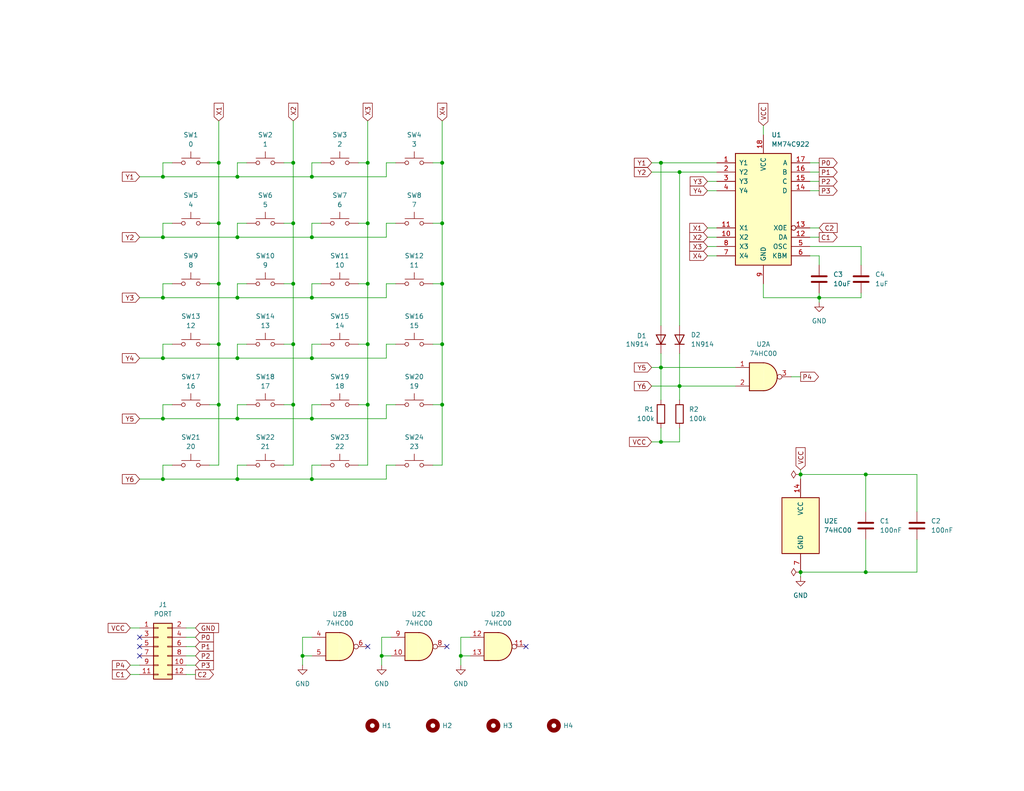
<source format=kicad_sch>
(kicad_sch (version 20250114) (generator "eeschema") (generator_version "9.0")
  (paper "USLetter")
  (title_block (title "6502 Keypad Helper") (date "2024-08-06") (rev "1.0") (company "A.C. Wright Design"))
  (lib_symbols
    (symbol "6502 Parts:MM74C922" (pin_names (offset 1.016))
      (property "Reference" "U" (at -7.62 16.51 0))
      (property "Value" "MM74C922" (at -7.62 -16.51 0))
      (symbol "MM74C922_1_0"
        (pin input line (at -12.7 12.7 0) (length 5.08) (name "Y1") (number "1"))
        (pin input line (at -12.7 10.16 0) (length 5.08) (name "Y2") (number "2"))
        (pin input line (at -12.7 7.62 0) (length 5.08) (name "Y3") (number "3"))
        (pin input line (at -12.7 5.08 0) (length 5.08) (name "Y4") (number "4"))
        (pin output line (at -12.7 -5.08 0) (length 5.08) (name "X1") (number "11"))
        (pin output line (at -12.7 -7.62 0) (length 5.08) (name "X2") (number "10"))
        (pin output line (at -12.7 -10.16 0) (length 5.08) (name "X3") (number "8"))
        (pin output line (at -12.7 -12.7 0) (length 5.08) (name "X4") (number "7"))
        (pin power_in line (at 0 20.32 270) (length 5.08) (name "VCC") (number "18"))
        (pin power_in line (at 0 -20.32 90) (length 5.08) (name "GND") (number "9"))
        (pin tri_state line (at 12.7 12.7 180) (length 5.08) (name "A") (number "17"))
        (pin tri_state line (at 12.7 10.16 180) (length 5.08) (name "B") (number "16"))
        (pin tri_state line (at 12.7 7.62 180) (length 5.08) (name "C") (number "15"))
        (pin tri_state line (at 12.7 5.08 180) (length 5.08) (name "D") (number "14"))
        (pin input inverted (at 12.7 -5.08 180) (length 5.08) (name "XOE") (number "13"))
        (pin output line (at 12.7 -7.62 180) (length 5.08) (name "DA") (number "12"))
        (pin input line (at 12.7 -10.16 180) (length 5.08) (name "OSC") (number "5"))
        (pin input line (at 12.7 -12.7 180) (length 5.08) (name "KBM") (number "6"))
      )
      (symbol "MM74C922_1_1"
        (rectangle (start -7.62 15.24) (end 7.62 -15.24) (stroke (width 0.254)) (fill (type background)))
      )
    )
    (symbol "74xx:74HC00" (pin_names (offset 1.016))
      (property "Reference" "U" (at 0 1.27 0))
      (property "Value" "74HC00" (at 0 -1.27 0))
      (symbol "74HC00_1_1"
        (arc (start 0 3.81) (mid 3.7934 0) (end 0 -3.81) (stroke (width 0.254)) (fill (type background)))
        (polyline (pts (xy 0 3.81) (xy -3.81 3.81) (xy -3.81 -3.81) (xy 0 -3.81)) (stroke (width 0.254)) (fill (type background)))
        (pin input line (at -7.62 2.54 0) (length 3.81) (name "~") (number "1"))
        (pin input line (at -7.62 -2.54 0) (length 3.81) (name "~") (number "2"))
        (pin output inverted (at 7.62 0 180) (length 3.81) (name "~") (number "3"))
      )
      (symbol "74HC00_1_2"
        (arc (start -3.81 3.81) (mid -2.589 0) (end -3.81 -3.81) (stroke (width 0.254)))
        (polyline (pts (xy -3.81 3.81) (xy -0.635 3.81)) (stroke (width 0.254)) (fill (type background)))
        (polyline (pts (xy -3.81 -3.81) (xy -0.635 -3.81)) (stroke (width 0.254)) (fill (type background)))
        (arc (start 3.81 0) (mid 2.1855 -2.584) (end -0.6096 -3.81) (stroke (width 0.254)) (fill (type background)))
        (arc (start -0.6096 3.81) (mid 2.1928 2.5924) (end 3.81 0) (stroke (width 0.254)) (fill (type background)))
        (polyline (pts (xy -0.635 3.81) (xy -3.81 3.81) (xy -3.81 3.81) (xy -3.556 3.4036) (xy -3.0226 2.2606) (xy -2.6924 1.0414) (xy -2.6162 -0.254) (xy -2.7686 -1.4986) (xy -3.175 -2.7178) (xy -3.81 -3.81) (xy -3.81 -3.81) (xy -0.635 -3.81)) (stroke (width -25.4)) (fill (type background)))
        (pin input inverted (at -7.62 2.54 0) (length 4.318) (name "~") (number "1"))
        (pin input inverted (at -7.62 -2.54 0) (length 4.318) (name "~") (number "2"))
        (pin output line (at 7.62 0 180) (length 3.81) (name "~") (number "3"))
      )
      (symbol "74HC00_2_1"
        (arc (start 0 3.81) (mid 3.7934 0) (end 0 -3.81) (stroke (width 0.254)) (fill (type background)))
        (polyline (pts (xy 0 3.81) (xy -3.81 3.81) (xy -3.81 -3.81) (xy 0 -3.81)) (stroke (width 0.254)) (fill (type background)))
        (pin input line (at -7.62 2.54 0) (length 3.81) (name "~") (number "4"))
        (pin input line (at -7.62 -2.54 0) (length 3.81) (name "~") (number "5"))
        (pin output inverted (at 7.62 0 180) (length 3.81) (name "~") (number "6"))
      )
      (symbol "74HC00_2_2"
        (arc (start -3.81 3.81) (mid -2.589 0) (end -3.81 -3.81) (stroke (width 0.254)))
        (polyline (pts (xy -3.81 3.81) (xy -0.635 3.81)) (stroke (width 0.254)) (fill (type background)))
        (polyline (pts (xy -3.81 -3.81) (xy -0.635 -3.81)) (stroke (width 0.254)) (fill (type background)))
        (arc (start 3.81 0) (mid 2.1855 -2.584) (end -0.6096 -3.81) (stroke (width 0.254)) (fill (type background)))
        (arc (start -0.6096 3.81) (mid 2.1928 2.5924) (end 3.81 0) (stroke (width 0.254)) (fill (type background)))
        (polyline (pts (xy -0.635 3.81) (xy -3.81 3.81) (xy -3.81 3.81) (xy -3.556 3.4036) (xy -3.0226 2.2606) (xy -2.6924 1.0414) (xy -2.6162 -0.254) (xy -2.7686 -1.4986) (xy -3.175 -2.7178) (xy -3.81 -3.81) (xy -3.81 -3.81) (xy -0.635 -3.81)) (stroke (width -25.4)) (fill (type background)))
        (pin input inverted (at -7.62 2.54 0) (length 4.318) (name "~") (number "4"))
        (pin input inverted (at -7.62 -2.54 0) (length 4.318) (name "~") (number "5"))
        (pin output line (at 7.62 0 180) (length 3.81) (name "~") (number "6"))
      )
      (symbol "74HC00_3_1"
        (arc (start 0 3.81) (mid 3.7934 0) (end 0 -3.81) (stroke (width 0.254)) (fill (type background)))
        (polyline (pts (xy 0 3.81) (xy -3.81 3.81) (xy -3.81 -3.81) (xy 0 -3.81)) (stroke (width 0.254)) (fill (type background)))
        (pin input line (at -7.62 2.54 0) (length 3.81) (name "~") (number "9"))
        (pin input line (at -7.62 -2.54 0) (length 3.81) (name "~") (number "10"))
        (pin output inverted (at 7.62 0 180) (length 3.81) (name "~") (number "8"))
      )
      (symbol "74HC00_3_2"
        (arc (start -3.81 3.81) (mid -2.589 0) (end -3.81 -3.81) (stroke (width 0.254)))
        (polyline (pts (xy -3.81 3.81) (xy -0.635 3.81)) (stroke (width 0.254)) (fill (type background)))
        (polyline (pts (xy -3.81 -3.81) (xy -0.635 -3.81)) (stroke (width 0.254)) (fill (type background)))
        (arc (start 3.81 0) (mid 2.1855 -2.584) (end -0.6096 -3.81) (stroke (width 0.254)) (fill (type background)))
        (arc (start -0.6096 3.81) (mid 2.1928 2.5924) (end 3.81 0) (stroke (width 0.254)) (fill (type background)))
        (polyline (pts (xy -0.635 3.81) (xy -3.81 3.81) (xy -3.81 3.81) (xy -3.556 3.4036) (xy -3.0226 2.2606) (xy -2.6924 1.0414) (xy -2.6162 -0.254) (xy -2.7686 -1.4986) (xy -3.175 -2.7178) (xy -3.81 -3.81) (xy -3.81 -3.81) (xy -0.635 -3.81)) (stroke (width -25.4)) (fill (type background)))
        (pin input inverted (at -7.62 2.54 0) (length 4.318) (name "~") (number "9"))
        (pin input inverted (at -7.62 -2.54 0) (length 4.318) (name "~") (number "10"))
        (pin output line (at 7.62 0 180) (length 3.81) (name "~") (number "8"))
      )
      (symbol "74HC00_4_1"
        (arc (start 0 3.81) (mid 3.7934 0) (end 0 -3.81) (stroke (width 0.254)) (fill (type background)))
        (polyline (pts (xy 0 3.81) (xy -3.81 3.81) (xy -3.81 -3.81) (xy 0 -3.81)) (stroke (width 0.254)) (fill (type background)))
        (pin input line (at -7.62 2.54 0) (length 3.81) (name "~") (number "12"))
        (pin input line (at -7.62 -2.54 0) (length 3.81) (name "~") (number "13"))
        (pin output inverted (at 7.62 0 180) (length 3.81) (name "~") (number "11"))
      )
      (symbol "74HC00_4_2"
        (arc (start -3.81 3.81) (mid -2.589 0) (end -3.81 -3.81) (stroke (width 0.254)))
        (polyline (pts (xy -3.81 3.81) (xy -0.635 3.81)) (stroke (width 0.254)) (fill (type background)))
        (polyline (pts (xy -3.81 -3.81) (xy -0.635 -3.81)) (stroke (width 0.254)) (fill (type background)))
        (arc (start 3.81 0) (mid 2.1855 -2.584) (end -0.6096 -3.81) (stroke (width 0.254)) (fill (type background)))
        (arc (start -0.6096 3.81) (mid 2.1928 2.5924) (end 3.81 0) (stroke (width 0.254)) (fill (type background)))
        (polyline (pts (xy -0.635 3.81) (xy -3.81 3.81) (xy -3.81 3.81) (xy -3.556 3.4036) (xy -3.0226 2.2606) (xy -2.6924 1.0414) (xy -2.6162 -0.254) (xy -2.7686 -1.4986) (xy -3.175 -2.7178) (xy -3.81 -3.81) (xy -3.81 -3.81) (xy -0.635 -3.81)) (stroke (width -25.4)) (fill (type background)))
        (pin input inverted (at -7.62 2.54 0) (length 4.318) (name "~") (number "12"))
        (pin input inverted (at -7.62 -2.54 0) (length 4.318) (name "~") (number "13"))
        (pin output line (at 7.62 0 180) (length 3.81) (name "~") (number "11"))
      )
      (symbol "74HC00_5_0"
        (pin power_in line (at 0 12.7 270) (length 5.08) (name "VCC") (number "14"))
        (pin power_in line (at 0 -12.7 90) (length 5.08) (name "GND") (number "7"))
      )
      (symbol "74HC00_5_1"
        (rectangle (start -5.08 7.62) (end 5.08 -7.62) (stroke (width 0.254)) (fill (type background)))
      )
    )
    (symbol "Connector_Generic:Conn_02x06_Odd_Even" (pin_names (offset 1.016) (hide yes))
      (property "Reference" "J" (at 1.27 7.62 0))
      (property "Value" "Conn_02x06_Odd_Even" (at 1.27 -10.16 0))
      (symbol "Conn_02x06_Odd_Even_1_1"
        (rectangle (start -1.27 6.35) (end 3.81 -8.89) (stroke (width 0.254)) (fill (type background)))
        (rectangle (start -1.27 5.207) (end 0 4.953) (stroke (width 0.1524)))
        (rectangle (start -1.27 2.667) (end 0 2.413) (stroke (width 0.1524)))
        (rectangle (start -1.27 0.127) (end 0 -0.127) (stroke (width 0.1524)))
        (rectangle (start -1.27 -2.413) (end 0 -2.667) (stroke (width 0.1524)))
        (rectangle (start -1.27 -4.953) (end 0 -5.207) (stroke (width 0.1524)))
        (rectangle (start -1.27 -7.493) (end 0 -7.747) (stroke (width 0.1524)))
        (rectangle (start 3.81 5.207) (end 2.54 4.953) (stroke (width 0.1524)))
        (rectangle (start 3.81 2.667) (end 2.54 2.413) (stroke (width 0.1524)))
        (rectangle (start 3.81 0.127) (end 2.54 -0.127) (stroke (width 0.1524)))
        (rectangle (start 3.81 -2.413) (end 2.54 -2.667) (stroke (width 0.1524)))
        (rectangle (start 3.81 -4.953) (end 2.54 -5.207) (stroke (width 0.1524)))
        (rectangle (start 3.81 -7.493) (end 2.54 -7.747) (stroke (width 0.1524)))
        (pin passive line (at -5.08 5.08 0) (length 3.81) (name "Pin_1") (number "1"))
        (pin passive line (at -5.08 2.54 0) (length 3.81) (name "Pin_3") (number "3"))
        (pin passive line (at -5.08 0 0) (length 3.81) (name "Pin_5") (number "5"))
        (pin passive line (at -5.08 -2.54 0) (length 3.81) (name "Pin_7") (number "7"))
        (pin passive line (at -5.08 -5.08 0) (length 3.81) (name "Pin_9") (number "9"))
        (pin passive line (at -5.08 -7.62 0) (length 3.81) (name "Pin_11") (number "11"))
        (pin passive line (at 7.62 5.08 180) (length 3.81) (name "Pin_2") (number "2"))
        (pin passive line (at 7.62 2.54 180) (length 3.81) (name "Pin_4") (number "4"))
        (pin passive line (at 7.62 0 180) (length 3.81) (name "Pin_6") (number "6"))
        (pin passive line (at 7.62 -2.54 180) (length 3.81) (name "Pin_8") (number "8"))
        (pin passive line (at 7.62 -5.08 180) (length 3.81) (name "Pin_10") (number "10"))
        (pin passive line (at 7.62 -7.62 180) (length 3.81) (name "Pin_12") (number "12"))
      )
    )
    (symbol "Device:C" (pin_numbers (hide yes)) (pin_names (offset 0.254))
      (property "Reference" "C" (at 0.635 2.54 0))
      (property "Value" "C" (at 0.635 -2.54 0))
      (symbol "C_0_1"
        (polyline (pts (xy -2.032 0.762) (xy 2.032 0.762)) (stroke (width 0.508)))
        (polyline (pts (xy -2.032 -0.762) (xy 2.032 -0.762)) (stroke (width 0.508)))
      )
      (symbol "C_1_1"
        (pin passive line (at 0 3.81 270) (length 2.794) (name "~") (number "1"))
        (pin passive line (at 0 -3.81 90) (length 2.794) (name "~") (number "2"))
      )
    )
    (symbol "Device:R" (pin_numbers (hide yes)) (pin_names (offset 0))
      (property "Reference" "R" (at 2.032 0 90))
      (property "Value" "R" (at 0 0 90))
      (symbol "R_0_1"
        (rectangle (start -1.016 -2.54) (end 1.016 2.54) (stroke (width 0.254)))
      )
      (symbol "R_1_1"
        (pin passive line (at 0 3.81 270) (length 1.27) (name "~") (number "1"))
        (pin passive line (at 0 -3.81 90) (length 1.27) (name "~") (number "2"))
      )
    )
    (symbol "Diode:1N914" (pin_numbers (hide yes)) (pin_names (hide yes))
      (property "Reference" "D" (at 0 2.54 0))
      (property "Value" "1N914" (at 0 -2.54 0))
      (symbol "1N914_0_1"
        (polyline (pts (xy -1.27 1.27) (xy -1.27 -1.27)) (stroke (width 0.254)))
        (polyline (pts (xy 1.27 1.27) (xy 1.27 -1.27) (xy -1.27 0) (xy 1.27 1.27)) (stroke (width 0.254)))
        (polyline (pts (xy 1.27 0) (xy -1.27 0)))
      )
      (symbol "1N914_1_1"
        (pin passive line (at -3.81 0 0) (length 2.54) (name "K") (number "1"))
        (pin passive line (at 3.81 0 180) (length 2.54) (name "A") (number "2"))
      )
    )
    (symbol "Mechanical:MountingHole" (pin_names (offset 1.016)) (exclude_from_sim yes) (in_bom no)
      (property "Reference" "H" (at 0 5.08 0))
      (property "Value" "MountingHole" (at 0 3.175 0))
      (symbol "MountingHole_0_1"
        (circle (center 0 0) (radius 1.27) (stroke (width 1.27)))
      )
    )
    (symbol "Switch:SW_Push" (pin_numbers (hide yes)) (pin_names (offset 1.016) (hide yes))
      (property "Reference" "SW" (at 1.27 2.54 0))
      (property "Value" "SW_Push" (at 0 -1.524 0))
      (symbol "SW_Push_0_1"
        (circle (center -2.032 0) (radius 0.508))
        (polyline (pts (xy 0 1.27) (xy 0 3.048)))
        (circle (center 2.032 0) (radius 0.508))
        (polyline (pts (xy 2.54 1.27) (xy -2.54 1.27)))
        (pin passive line (at -5.08 0 0) (length 2.54) (name "1") (number "1"))
        (pin passive line (at 5.08 0 180) (length 2.54) (name "2") (number "2"))
      )
    )
    (symbol "power:GND" (power) (pin_numbers (hide yes)) (pin_names (offset 0) (hide yes))
      (property "Value" "GND" (at 0 -3.81 0))
      (symbol "GND_0_1"
        (polyline (pts (xy 0 0) (xy 0 -1.27) (xy 1.27 -1.27) (xy 0 -2.54) (xy -1.27 -1.27) (xy 0 -1.27)))
      )
      (symbol "GND_1_1"
        (pin power_in line (at 0 0 270) (length 0) (name "~") (number "1"))
      )
    )
    (symbol "power:PWR_FLAG" (power) (pin_numbers (hide yes)) (pin_names (offset 0) (hide yes))
      (property "Value" "PWR_FLAG" (at 0 3.81 0))
      (symbol "PWR_FLAG_0_0"
        (pin power_out line (at 0 0 90) (length 0) (name "~") (number "1"))
      )
      (symbol "PWR_FLAG_0_1"
        (polyline (pts (xy 0 0) (xy 0 1.27) (xy -1.016 1.905) (xy 0 2.54) (xy 1.016 1.905) (xy 0 1.27)))
      )
    )
  )
  (junction (at 80.01 77.47))
  (junction (at 64.77 64.77))
  (junction (at 44.45 64.77))
  (junction (at 44.45 48.26))
  (junction (at 100.33 77.47))
  (junction (at 180.34 44.45))
  (junction (at 64.77 114.3))
  (junction (at 59.69 60.96))
  (junction (at 44.45 81.28))
  (junction (at 64.77 130.81))
  (junction (at 85.09 48.26))
  (junction (at 59.69 77.47))
  (junction (at 180.34 100.33))
  (junction (at 85.09 64.77))
  (junction (at 100.33 60.96))
  (junction (at 100.33 93.98))
  (junction (at 80.01 93.98))
  (junction (at 85.09 114.3))
  (junction (at 64.77 81.28))
  (junction (at 223.52 81.28))
  (junction (at 44.45 130.81))
  (junction (at 85.09 81.28))
  (junction (at 185.42 46.99))
  (junction (at 59.69 110.49))
  (junction (at 125.73 179.07))
  (junction (at 85.09 97.79))
  (junction (at 64.77 48.26))
  (junction (at 100.33 110.49))
  (junction (at 44.45 114.3))
  (junction (at 236.22 156.21))
  (junction (at 185.42 105.41))
  (junction (at 120.65 77.47))
  (junction (at 218.44 129.54))
  (junction (at 104.14 179.07))
  (junction (at 59.69 44.45))
  (junction (at 120.65 60.96))
  (junction (at 80.01 60.96))
  (junction (at 80.01 44.45))
  (junction (at 120.65 110.49))
  (junction (at 44.45 97.79))
  (junction (at 100.33 44.45))
  (junction (at 80.01 110.49))
  (junction (at 85.09 130.81))
  (junction (at 218.44 156.21))
  (junction (at 59.69 93.98))
  (junction (at 82.55 179.07))
  (junction (at 64.77 97.79))
  (junction (at 236.22 129.54))
  (junction (at 120.65 93.98))
  (junction (at 180.34 120.65))
  (junction (at 120.65 44.45))
  (no_connect (at 38.1 176.53))
  (no_connect (at 38.1 173.99))
  (no_connect (at 143.51 176.53))
  (no_connect (at 121.92 176.53))
  (no_connect (at 100.33 176.53))
  (no_connect (at 38.1 179.07))
  (wire (pts (xy 35.56 171.45) (xy 38.1 171.45)))
  (wire (pts (xy 120.65 44.45) (xy 120.65 60.96)))
  (wire (pts (xy 44.45 77.47) (xy 44.45 81.28)))
  (wire (pts (xy 118.11 77.47) (xy 120.65 77.47)))
  (wire (pts (xy 234.95 67.31) (xy 220.98 67.31)))
  (wire (pts (xy 46.99 60.96) (xy 44.45 60.96)))
  (wire (pts (xy 77.47 127) (xy 80.01 127)))
  (wire (pts (xy 44.45 44.45) (xy 44.45 48.26)))
  (wire (pts (xy 118.11 93.98) (xy 120.65 93.98)))
  (wire (pts (xy 97.79 44.45) (xy 100.33 44.45)))
  (wire (pts (xy 57.15 110.49) (xy 59.69 110.49)))
  (wire (pts (xy 105.41 127) (xy 107.95 127)))
  (wire (pts (xy 185.42 120.65) (xy 180.34 120.65)))
  (wire (pts (xy 97.79 127) (xy 100.33 127)))
  (wire (pts (xy 64.77 77.47) (xy 64.77 81.28)))
  (wire (pts (xy 59.69 44.45) (xy 59.69 33.02)))
  (wire (pts (xy 64.77 127) (xy 64.77 130.81)))
  (wire (pts (xy 64.77 97.79) (xy 85.09 97.79)))
  (wire (pts (xy 50.8 184.15) (xy 53.34 184.15)))
  (wire (pts (xy 118.11 127) (xy 120.65 127)))
  (wire (pts (xy 67.31 77.47) (xy 64.77 77.47)))
  (wire (pts (xy 120.65 77.47) (xy 120.65 93.98)))
  (wire (pts (xy 38.1 48.26) (xy 44.45 48.26)))
  (wire (pts (xy 105.41 130.81) (xy 105.41 127)))
  (wire (pts (xy 44.45 60.96) (xy 44.45 64.77)))
  (wire (pts (xy 193.04 62.23) (xy 195.58 62.23)))
  (wire (pts (xy 80.01 44.45) (xy 80.01 60.96)))
  (wire (pts (xy 220.98 64.77) (xy 223.52 64.77)))
  (wire (pts (xy 64.77 64.77) (xy 85.09 64.77)))
  (wire (pts (xy 208.28 77.47) (xy 208.28 81.28)))
  (wire (pts (xy 35.56 184.15) (xy 38.1 184.15)))
  (wire (pts (xy 220.98 62.23) (xy 223.52 62.23)))
  (wire (pts (xy 118.11 110.49) (xy 120.65 110.49)))
  (wire (pts (xy 100.33 44.45) (xy 100.33 60.96)))
  (wire (pts (xy 64.77 130.81) (xy 85.09 130.81)))
  (wire (pts (xy 44.45 127) (xy 44.45 130.81)))
  (wire (pts (xy 44.45 114.3) (xy 64.77 114.3)))
  (wire (pts (xy 220.98 52.07) (xy 223.52 52.07)))
  (wire (pts (xy 59.69 77.47) (xy 59.69 93.98)))
  (wire (pts (xy 85.09 60.96) (xy 85.09 64.77)))
  (wire (pts (xy 67.31 127) (xy 64.77 127)))
  (wire (pts (xy 223.52 72.39) (xy 223.52 69.85)))
  (wire (pts (xy 97.79 93.98) (xy 100.33 93.98)))
  (wire (pts (xy 82.55 179.07) (xy 82.55 181.61)))
  (wire (pts (xy 118.11 44.45) (xy 120.65 44.45)))
  (wire (pts (xy 67.31 93.98) (xy 64.77 93.98)))
  (wire (pts (xy 105.41 64.77) (xy 105.41 60.96)))
  (wire (pts (xy 100.33 44.45) (xy 100.33 33.02)))
  (wire (pts (xy 46.99 127) (xy 44.45 127)))
  (wire (pts (xy 64.77 60.96) (xy 64.77 64.77)))
  (wire (pts (xy 185.42 96.52) (xy 185.42 105.41)))
  (wire (pts (xy 87.63 77.47) (xy 85.09 77.47)))
  (wire (pts (xy 57.15 77.47) (xy 59.69 77.47)))
  (wire (pts (xy 57.15 60.96) (xy 59.69 60.96)))
  (wire (pts (xy 177.8 46.99) (xy 185.42 46.99)))
  (wire (pts (xy 236.22 139.7) (xy 236.22 129.54)))
  (wire (pts (xy 105.41 44.45) (xy 107.95 44.45)))
  (wire (pts (xy 85.09 93.98) (xy 85.09 97.79)))
  (wire (pts (xy 50.8 176.53) (xy 53.34 176.53)))
  (wire (pts (xy 44.45 64.77) (xy 64.77 64.77)))
  (wire (pts (xy 105.41 60.96) (xy 107.95 60.96)))
  (wire (pts (xy 180.34 44.45) (xy 195.58 44.45)))
  (wire (pts (xy 100.33 93.98) (xy 100.33 110.49)))
  (wire (pts (xy 220.98 44.45) (xy 223.52 44.45)))
  (wire (pts (xy 64.77 110.49) (xy 64.77 114.3)))
  (wire (pts (xy 193.04 67.31) (xy 195.58 67.31)))
  (wire (pts (xy 85.09 81.28) (xy 105.41 81.28)))
  (wire (pts (xy 180.34 96.52) (xy 180.34 100.33)))
  (wire (pts (xy 46.99 44.45) (xy 44.45 44.45)))
  (wire (pts (xy 44.45 110.49) (xy 44.45 114.3)))
  (wire (pts (xy 87.63 44.45) (xy 85.09 44.45)))
  (wire (pts (xy 46.99 77.47) (xy 44.45 77.47)))
  (wire (pts (xy 104.14 179.07) (xy 104.14 181.61)))
  (wire (pts (xy 104.14 173.99) (xy 104.14 179.07)))
  (wire (pts (xy 218.44 156.21) (xy 218.44 157.48)))
  (wire (pts (xy 100.33 110.49) (xy 100.33 127)))
  (wire (pts (xy 77.47 77.47) (xy 80.01 77.47)))
  (wire (pts (xy 85.09 173.99) (xy 82.55 173.99)))
  (wire (pts (xy 85.09 97.79) (xy 105.41 97.79)))
  (wire (pts (xy 208.28 81.28) (xy 223.52 81.28)))
  (wire (pts (xy 64.77 93.98) (xy 64.77 97.79)))
  (wire (pts (xy 82.55 173.99) (xy 82.55 179.07)))
  (wire (pts (xy 106.68 173.99) (xy 104.14 173.99)))
  (wire (pts (xy 77.47 93.98) (xy 80.01 93.98)))
  (wire (pts (xy 185.42 105.41) (xy 200.66 105.41)))
  (wire (pts (xy 44.45 93.98) (xy 44.45 97.79)))
  (wire (pts (xy 80.01 44.45) (xy 80.01 33.02)))
  (wire (pts (xy 97.79 60.96) (xy 100.33 60.96)))
  (wire (pts (xy 105.41 97.79) (xy 105.41 93.98)))
  (wire (pts (xy 120.65 44.45) (xy 120.65 33.02)))
  (wire (pts (xy 38.1 114.3) (xy 44.45 114.3)))
  (wire (pts (xy 185.42 46.99) (xy 195.58 46.99)))
  (wire (pts (xy 80.01 110.49) (xy 80.01 127)))
  (wire (pts (xy 236.22 156.21) (xy 218.44 156.21)))
  (wire (pts (xy 234.95 81.28) (xy 223.52 81.28)))
  (wire (pts (xy 44.45 130.81) (xy 64.77 130.81)))
  (wire (pts (xy 125.73 179.07) (xy 125.73 181.61)))
  (wire (pts (xy 85.09 127) (xy 85.09 130.81)))
  (wire (pts (xy 38.1 64.77) (xy 44.45 64.77)))
  (wire (pts (xy 177.8 100.33) (xy 180.34 100.33)))
  (wire (pts (xy 87.63 110.49) (xy 85.09 110.49)))
  (wire (pts (xy 215.9 102.87) (xy 218.44 102.87)))
  (wire (pts (xy 185.42 116.84) (xy 185.42 120.65)))
  (wire (pts (xy 208.28 34.29) (xy 208.28 36.83)))
  (wire (pts (xy 57.15 127) (xy 59.69 127)))
  (wire (pts (xy 177.8 105.41) (xy 185.42 105.41)))
  (wire (pts (xy 85.09 114.3) (xy 105.41 114.3)))
  (wire (pts (xy 105.41 48.26) (xy 105.41 44.45)))
  (wire (pts (xy 236.22 129.54) (xy 218.44 129.54)))
  (wire (pts (xy 125.73 179.07) (xy 128.27 179.07)))
  (wire (pts (xy 64.77 81.28) (xy 85.09 81.28)))
  (wire (pts (xy 67.31 60.96) (xy 64.77 60.96)))
  (wire (pts (xy 50.8 173.99) (xy 53.34 173.99)))
  (wire (pts (xy 50.8 171.45) (xy 53.34 171.45)))
  (wire (pts (xy 193.04 69.85) (xy 195.58 69.85)))
  (wire (pts (xy 85.09 77.47) (xy 85.09 81.28)))
  (wire (pts (xy 220.98 49.53) (xy 223.52 49.53)))
  (wire (pts (xy 85.09 44.45) (xy 85.09 48.26)))
  (wire (pts (xy 59.69 44.45) (xy 59.69 60.96)))
  (wire (pts (xy 250.19 156.21) (xy 236.22 156.21)))
  (wire (pts (xy 180.34 44.45) (xy 180.34 88.9)))
  (wire (pts (xy 38.1 130.81) (xy 44.45 130.81)))
  (wire (pts (xy 250.19 139.7) (xy 250.19 129.54)))
  (wire (pts (xy 97.79 77.47) (xy 100.33 77.47)))
  (wire (pts (xy 104.14 179.07) (xy 106.68 179.07)))
  (wire (pts (xy 223.52 81.28) (xy 223.52 82.55)))
  (wire (pts (xy 180.34 120.65) (xy 180.34 116.84)))
  (wire (pts (xy 185.42 46.99) (xy 185.42 88.9)))
  (wire (pts (xy 80.01 93.98) (xy 80.01 110.49)))
  (wire (pts (xy 218.44 128.27) (xy 218.44 129.54)))
  (wire (pts (xy 105.41 93.98) (xy 107.95 93.98)))
  (wire (pts (xy 100.33 77.47) (xy 100.33 93.98)))
  (wire (pts (xy 193.04 64.77) (xy 195.58 64.77)))
  (wire (pts (xy 67.31 110.49) (xy 64.77 110.49)))
  (wire (pts (xy 59.69 93.98) (xy 59.69 110.49)))
  (wire (pts (xy 64.77 44.45) (xy 64.77 48.26)))
  (wire (pts (xy 193.04 49.53) (xy 195.58 49.53)))
  (wire (pts (xy 177.8 44.45) (xy 180.34 44.45)))
  (wire (pts (xy 193.04 52.07) (xy 195.58 52.07)))
  (wire (pts (xy 85.09 64.77) (xy 105.41 64.77)))
  (wire (pts (xy 180.34 100.33) (xy 200.66 100.33)))
  (wire (pts (xy 59.69 60.96) (xy 59.69 77.47)))
  (wire (pts (xy 46.99 110.49) (xy 44.45 110.49)))
  (wire (pts (xy 38.1 97.79) (xy 44.45 97.79)))
  (wire (pts (xy 77.47 110.49) (xy 80.01 110.49)))
  (wire (pts (xy 223.52 69.85) (xy 220.98 69.85)))
  (wire (pts (xy 87.63 93.98) (xy 85.09 93.98)))
  (wire (pts (xy 185.42 105.41) (xy 185.42 109.22)))
  (wire (pts (xy 59.69 110.49) (xy 59.69 127)))
  (wire (pts (xy 105.41 114.3) (xy 105.41 110.49)))
  (wire (pts (xy 234.95 72.39) (xy 234.95 67.31)))
  (wire (pts (xy 128.27 173.99) (xy 125.73 173.99)))
  (wire (pts (xy 44.45 97.79) (xy 64.77 97.79)))
  (wire (pts (xy 64.77 48.26) (xy 85.09 48.26)))
  (wire (pts (xy 218.44 129.54) (xy 218.44 130.81)))
  (wire (pts (xy 57.15 93.98) (xy 59.69 93.98)))
  (wire (pts (xy 236.22 147.32) (xy 236.22 156.21)))
  (wire (pts (xy 64.77 114.3) (xy 85.09 114.3)))
  (wire (pts (xy 105.41 81.28) (xy 105.41 77.47)))
  (wire (pts (xy 46.99 93.98) (xy 44.45 93.98)))
  (wire (pts (xy 67.31 44.45) (xy 64.77 44.45)))
  (wire (pts (xy 120.65 93.98) (xy 120.65 110.49)))
  (wire (pts (xy 80.01 60.96) (xy 80.01 77.47)))
  (wire (pts (xy 105.41 77.47) (xy 107.95 77.47)))
  (wire (pts (xy 80.01 77.47) (xy 80.01 93.98)))
  (wire (pts (xy 85.09 110.49) (xy 85.09 114.3)))
  (wire (pts (xy 220.98 46.99) (xy 223.52 46.99)))
  (wire (pts (xy 50.8 181.61) (xy 53.34 181.61)))
  (wire (pts (xy 57.15 44.45) (xy 59.69 44.45)))
  (wire (pts (xy 105.41 110.49) (xy 107.95 110.49)))
  (wire (pts (xy 87.63 127) (xy 85.09 127)))
  (wire (pts (xy 85.09 48.26) (xy 105.41 48.26)))
  (wire (pts (xy 120.65 60.96) (xy 120.65 77.47)))
  (wire (pts (xy 118.11 60.96) (xy 120.65 60.96)))
  (wire (pts (xy 85.09 130.81) (xy 105.41 130.81)))
  (wire (pts (xy 250.19 129.54) (xy 236.22 129.54)))
  (wire (pts (xy 177.8 120.65) (xy 180.34 120.65)))
  (wire (pts (xy 44.45 81.28) (xy 64.77 81.28)))
  (wire (pts (xy 50.8 179.07) (xy 53.34 179.07)))
  (wire (pts (xy 87.63 60.96) (xy 85.09 60.96)))
  (wire (pts (xy 223.52 80.01) (xy 223.52 81.28)))
  (wire (pts (xy 77.47 60.96) (xy 80.01 60.96)))
  (wire (pts (xy 97.79 110.49) (xy 100.33 110.49)))
  (wire (pts (xy 77.47 44.45) (xy 80.01 44.45)))
  (wire (pts (xy 120.65 110.49) (xy 120.65 127)))
  (wire (pts (xy 180.34 100.33) (xy 180.34 109.22)))
  (wire (pts (xy 44.45 48.26) (xy 64.77 48.26)))
  (wire (pts (xy 125.73 173.99) (xy 125.73 179.07)))
  (wire (pts (xy 38.1 81.28) (xy 44.45 81.28)))
  (wire (pts (xy 250.19 147.32) (xy 250.19 156.21)))
  (wire (pts (xy 100.33 60.96) (xy 100.33 77.47)))
  (wire (pts (xy 234.95 80.01) (xy 234.95 81.28)))
  (wire (pts (xy 82.55 179.07) (xy 85.09 179.07)))
  (wire (pts (xy 35.56 181.61) (xy 38.1 181.61)))
  (global_label "X4" (shape input) (at 120.65 33.02 90) (property "Intersheetrefs" "${INTERSHEET_REFS}" (effects (hide yes))))
  (global_label "GND" (shape input) (at 53.34 171.45 0) (property "Intersheetrefs" "${INTERSHEET_REFS}" (effects (hide yes))))
  (global_label "X2" (shape input) (at 193.04 64.77 180) (property "Intersheetrefs" "${INTERSHEET_REFS}" (effects (hide yes))))
  (global_label "X1" (shape input) (at 193.04 62.23 180) (property "Intersheetrefs" "${INTERSHEET_REFS}" (effects (hide yes))))
  (global_label "X2" (shape input) (at 80.01 33.02 90) (property "Intersheetrefs" "${INTERSHEET_REFS}" (effects (hide yes))))
  (global_label "P4" (shape output) (at 218.44 102.87 0) (property "Intersheetrefs" "${INTERSHEET_REFS}" (effects (hide yes))))
  (global_label "VCC" (shape input) (at 177.8 120.65 180) (property "Intersheetrefs" "${INTERSHEET_REFS}" (effects (hide yes))))
  (global_label "C1" (shape output) (at 223.52 64.77 0) (property "Intersheetrefs" "${INTERSHEET_REFS}" (effects (hide yes))))
  (global_label "P1" (shape input) (at 53.34 176.53 0) (property "Intersheetrefs" "${INTERSHEET_REFS}" (effects (hide yes))))
  (global_label "X3" (shape input) (at 100.33 33.02 90) (property "Intersheetrefs" "${INTERSHEET_REFS}" (effects (hide yes))))
  (global_label "Y4" (shape input) (at 193.04 52.07 180) (property "Intersheetrefs" "${INTERSHEET_REFS}" (effects (hide yes))))
  (global_label "C2" (shape input) (at 223.52 62.23 0) (property "Intersheetrefs" "${INTERSHEET_REFS}" (effects (hide yes))))
  (global_label "VCC" (shape input) (at 218.44 128.27 90) (property "Intersheetrefs" "${INTERSHEET_REFS}" (effects (hide yes))))
  (global_label "P2" (shape output) (at 223.52 49.53 0) (property "Intersheetrefs" "${INTERSHEET_REFS}" (effects (hide yes))))
  (global_label "X3" (shape input) (at 193.04 67.31 180) (property "Intersheetrefs" "${INTERSHEET_REFS}" (effects (hide yes))))
  (global_label "Y3" (shape input) (at 38.1 81.28 180) (property "Intersheetrefs" "${INTERSHEET_REFS}" (effects (hide yes))))
  (global_label "Y2" (shape input) (at 38.1 64.77 180) (property "Intersheetrefs" "${INTERSHEET_REFS}" (effects (hide yes))))
  (global_label "Y4" (shape input) (at 38.1 97.79 180) (property "Intersheetrefs" "${INTERSHEET_REFS}" (effects (hide yes))))
  (global_label "P0" (shape output) (at 223.52 44.45 0) (property "Intersheetrefs" "${INTERSHEET_REFS}" (effects (hide yes))))
  (global_label "VCC" (shape input) (at 208.28 34.29 90) (property "Intersheetrefs" "${INTERSHEET_REFS}" (effects (hide yes))))
  (global_label "Y1" (shape input) (at 177.8 44.45 180) (property "Intersheetrefs" "${INTERSHEET_REFS}" (effects (hide yes))))
  (global_label "P3" (shape output) (at 223.52 52.07 0) (property "Intersheetrefs" "${INTERSHEET_REFS}" (effects (hide yes))))
  (global_label "Y6" (shape input) (at 38.1 130.81 180) (property "Intersheetrefs" "${INTERSHEET_REFS}" (effects (hide yes))))
  (global_label "Y1" (shape input) (at 38.1 48.26 180) (property "Intersheetrefs" "${INTERSHEET_REFS}" (effects (hide yes))))
  (global_label "C1" (shape input) (at 35.56 184.15 180) (property "Intersheetrefs" "${INTERSHEET_REFS}" (effects (hide yes))))
  (global_label "P1" (shape output) (at 223.52 46.99 0) (property "Intersheetrefs" "${INTERSHEET_REFS}" (effects (hide yes))))
  (global_label "Y3" (shape input) (at 193.04 49.53 180) (property "Intersheetrefs" "${INTERSHEET_REFS}" (effects (hide yes))))
  (global_label "Y5" (shape input) (at 38.1 114.3 180) (property "Intersheetrefs" "${INTERSHEET_REFS}" (effects (hide yes))))
  (global_label "Y5" (shape input) (at 177.8 100.33 180) (property "Intersheetrefs" "${INTERSHEET_REFS}" (effects (hide yes))))
  (global_label "P4" (shape input) (at 35.56 181.61 180) (property "Intersheetrefs" "${INTERSHEET_REFS}" (effects (hide yes))))
  (global_label "P0" (shape input) (at 53.34 173.99 0) (property "Intersheetrefs" "${INTERSHEET_REFS}" (effects (hide yes))))
  (global_label "P2" (shape input) (at 53.34 179.07 0) (property "Intersheetrefs" "${INTERSHEET_REFS}" (effects (hide yes))))
  (global_label "VCC" (shape input) (at 35.56 171.45 180) (property "Intersheetrefs" "${INTERSHEET_REFS}" (effects (hide yes))))
  (global_label "Y6" (shape input) (at 177.8 105.41 180) (property "Intersheetrefs" "${INTERSHEET_REFS}" (effects (hide yes))))
  (global_label "C2" (shape output) (at 53.34 184.15 0) (property "Intersheetrefs" "${INTERSHEET_REFS}" (effects (hide yes))))
  (global_label "X1" (shape input) (at 59.69 33.02 90) (property "Intersheetrefs" "${INTERSHEET_REFS}" (effects (hide yes))))
  (global_label "X4" (shape input) (at 193.04 69.85 180) (property "Intersheetrefs" "${INTERSHEET_REFS}" (effects (hide yes))))
  (global_label "Y2" (shape input) (at 177.8 46.99 180) (property "Intersheetrefs" "${INTERSHEET_REFS}" (effects (hide yes))))
  (global_label "P3" (shape input) (at 53.34 181.61 0) (property "Intersheetrefs" "${INTERSHEET_REFS}" (effects (hide yes))))
  (symbol (lib_id "Diode:1N914") (at 185.42 92.71 90) (unit 1)
    (property "Reference" "D2" (at 188.468 91.44 90) (effects (justify right)))
    (property "Value" "1N914" (at 188.468 93.98 90) (effects (justify right)))
    (property "Footprint" "Diode_THT:D_DO-35_SOD27_P7.62mm_Horizontal" (effects (hide yes)))
    (property "Datasheet" "http://www.vishay.com/docs/85622/1n914.pdf" (effects (hide yes)))
    (property "Description" "100V 0.3A Small Signal Fast Switching Diode, DO-35" (effects (hide yes)))
    (property "Sim.Device" "D" (effects (hide yes)))
    (property "Sim.Pins" "1=K 2=A" (effects (hide yes)))
  )
  (symbol (lib_id "Switch:SW_Push") (at 92.71 60.96 0) (unit 1) (in_bom no)
    (property "Reference" "SW7" (at 92.71 53.34 0))
    (property "Value" "6" (at 92.71 55.88 0))
    (property "Footprint" "Button_Switch_Keyboard:SW_Cherry_MX_1.00u_PCB" (effects (hide yes)))
    (property "Description" "Push button switch, generic, two pins" (effects (hide yes)))
  )
  (symbol (lib_id "power:GND") (at 218.44 157.48 0) (unit 1)
    (property "Reference" "#PWR05" (effects (hide yes)))
    (property "Value" "GND" (at 218.44 162.56 0))
    (property "Description" "Power symbol creates a global label with name \"GND\" , ground" (effects (hide yes)))
  )
  (symbol (lib_id "power:PWR_FLAG") (at 218.44 129.54 90) (unit 1)
    (property "Reference" "#FLG01" (effects (hide yes)))
    (property "Value" "PWR_FLAG" (effects (hide yes)))
    (property "Description" "Special symbol for telling ERC where power comes from" (effects (hide yes)))
  )
  (symbol (lib_id "Diode:1N914") (at 180.34 92.71 90) (unit 1)
    (property "Reference" "D1" (at 173.736 91.694 90) (effects (justify right)))
    (property "Value" "1N914" (at 170.688 93.98 90) (effects (justify right)))
    (property "Footprint" "Diode_THT:D_DO-35_SOD27_P7.62mm_Horizontal" (effects (hide yes)))
    (property "Datasheet" "http://www.vishay.com/docs/85622/1n914.pdf" (effects (hide yes)))
    (property "Description" "100V 0.3A Small Signal Fast Switching Diode, DO-35" (effects (hide yes)))
    (property "Sim.Device" "D" (effects (hide yes)))
    (property "Sim.Pins" "1=K 2=A" (effects (hide yes)))
  )
  (symbol (lib_id "Switch:SW_Push") (at 72.39 44.45 0) (unit 1) (in_bom no)
    (property "Reference" "SW2" (at 72.39 36.83 0))
    (property "Value" "1" (at 72.39 39.37 0))
    (property "Footprint" "Button_Switch_Keyboard:SW_Cherry_MX_1.00u_PCB" (effects (hide yes)))
    (property "Description" "Push button switch, generic, two pins" (effects (hide yes)))
  )
  (symbol (lib_id "74xx:74HC00") (at 208.28 102.87 0) (unit 1)
    (property "Reference" "U2" (at 208.2717 93.98 0))
    (property "Value" "74HC00" (at 208.2717 96.52 0))
    (property "Footprint" "Package_DIP:DIP-14_W7.62mm_Socket_LongPads" (effects (hide yes)))
    (property "Datasheet" "http://www.ti.com/lit/gpn/sn74hc00" (effects (hide yes)))
    (property "Description" "quad 2-input NAND gate" (effects (hide yes)))
  )
  (symbol (lib_id "Device:C") (at 234.95 76.2 0) (unit 1)
    (property "Reference" "C4" (at 238.76 74.9299 0) (effects (justify left)))
    (property "Value" "1uF" (at 238.76 77.4699 0) (effects (justify left)))
    (property "Footprint" "Capacitor_THT:C_Disc_D5.0mm_W2.5mm_P5.00mm" (effects (hide yes)))
    (property "Description" "Unpolarized capacitor" (effects (hide yes)))
  )
  (symbol (lib_id "power:PWR_FLAG") (at 218.44 156.21 90) (unit 1)
    (property "Reference" "#FLG02" (effects (hide yes)))
    (property "Value" "PWR_FLAG" (effects (hide yes)))
    (property "Description" "Special symbol for telling ERC where power comes from" (effects (hide yes)))
  )
  (symbol (lib_id "Mechanical:MountingHole") (at 118.11 198.12 0) (unit 1) (in_bom no)
    (property "Reference" "H2" (at 120.65 198.12 0) (effects (justify left)))
    (property "Value" "MountingHole" (effects (hide yes)))
    (property "Footprint" "MountingHole:MountingHole_3.2mm_M3" (effects (hide yes)))
    (property "Description" "Mounting Hole without connection" (effects (hide yes)))
  )
  (symbol (lib_id "power:GND") (at 223.52 82.55 0) (unit 1)
    (property "Reference" "#PWR06" (effects (hide yes)))
    (property "Value" "GND" (at 223.52 87.63 0))
    (property "Description" "Power symbol creates a global label with name \"GND\" , ground" (effects (hide yes)))
  )
  (symbol (lib_id "Switch:SW_Push") (at 92.71 93.98 0) (unit 1) (in_bom no)
    (property "Reference" "SW15" (at 92.71 86.36 0))
    (property "Value" "14" (at 92.71 88.9 0))
    (property "Footprint" "Button_Switch_Keyboard:SW_Cherry_MX_1.00u_PCB" (effects (hide yes)))
    (property "Description" "Push button switch, generic, two pins" (effects (hide yes)))
  )
  (symbol (lib_id "Switch:SW_Push") (at 52.07 77.47 0) (unit 1) (in_bom no)
    (property "Reference" "SW9" (at 52.07 69.85 0))
    (property "Value" "8" (at 52.07 72.39 0))
    (property "Footprint" "Button_Switch_Keyboard:SW_Cherry_MX_1.00u_PCB" (effects (hide yes)))
    (property "Description" "Push button switch, generic, two pins" (effects (hide yes)))
  )
  (symbol (lib_id "Device:C") (at 236.22 143.51 0) (unit 1)
    (property "Reference" "C1" (at 240.03 142.2399 0) (effects (justify left)))
    (property "Value" "100nF" (at 240.03 144.7799 0) (effects (justify left)))
    (property "Footprint" "Capacitor_THT:C_Disc_D5.0mm_W2.5mm_P5.00mm" (effects (hide yes)))
    (property "Description" "Unpolarized capacitor" (effects (hide yes)))
  )
  (symbol (lib_id "Switch:SW_Push") (at 92.71 44.45 0) (unit 1) (in_bom no)
    (property "Reference" "SW3" (at 92.71 36.83 0))
    (property "Value" "2" (at 92.71 39.37 0))
    (property "Footprint" "Button_Switch_Keyboard:SW_Cherry_MX_1.00u_PCB" (effects (hide yes)))
    (property "Description" "Push button switch, generic, two pins" (effects (hide yes)))
  )
  (symbol (lib_id "Switch:SW_Push") (at 52.07 110.49 0) (unit 1) (in_bom no)
    (property "Reference" "SW17" (at 52.07 102.87 0))
    (property "Value" "16" (at 52.07 105.41 0))
    (property "Footprint" "Button_Switch_Keyboard:SW_Cherry_MX_1.00u_PCB" (effects (hide yes)))
    (property "Description" "Push button switch, generic, two pins" (effects (hide yes)))
  )
  (symbol (lib_id "Connector_Generic:Conn_02x06_Odd_Even") (at 43.18 176.53 0) (unit 1) (in_bom no)
    (property "Reference" "J1" (at 44.45 165.1 0))
    (property "Value" "PORT" (at 44.45 167.64 0))
    (property "Footprint" "6502 Parts:6502 GPIO Connector" (effects (hide yes)))
    (property "Description" "Generic connector, double row, 02x06, odd/even pin numbering scheme (row 1 odd numbers, row 2 even numbers), script generated (kicad-library-utils/schlib/autogen/connector/)" (effects (hide yes)))
  )
  (symbol (lib_id "Switch:SW_Push") (at 52.07 93.98 0) (unit 1) (in_bom no)
    (property "Reference" "SW13" (at 52.07 86.36 0))
    (property "Value" "12" (at 52.07 88.9 0))
    (property "Footprint" "Button_Switch_Keyboard:SW_Cherry_MX_1.00u_PCB" (effects (hide yes)))
    (property "Description" "Push button switch, generic, two pins" (effects (hide yes)))
  )
  (symbol (lib_id "Device:C") (at 223.52 76.2 0) (unit 1)
    (property "Reference" "C3" (at 227.33 74.9299 0) (effects (justify left)))
    (property "Value" "10uF" (at 227.33 77.4699 0) (effects (justify left)))
    (property "Footprint" "Capacitor_THT:C_Disc_D5.0mm_W2.5mm_P5.00mm" (effects (hide yes)))
    (property "Description" "Unpolarized capacitor" (effects (hide yes)))
  )
  (symbol (lib_id "power:GND") (at 82.55 181.61 0) (unit 1)
    (property "Reference" "#PWR02" (effects (hide yes)))
    (property "Value" "GND" (at 82.55 186.69 0))
    (property "Description" "Power symbol creates a global label with name \"GND\" , ground" (effects (hide yes)))
  )
  (symbol (lib_id "Switch:SW_Push") (at 113.03 127 0) (unit 1) (in_bom no)
    (property "Reference" "SW24" (at 113.03 119.38 0))
    (property "Value" "23" (at 113.03 121.92 0))
    (property "Footprint" "Button_Switch_Keyboard:SW_Cherry_MX_1.00u_PCB" (effects (hide yes)))
    (property "Description" "Push button switch, generic, two pins" (effects (hide yes)))
  )
  (symbol (lib_id "Switch:SW_Push") (at 72.39 127 0) (unit 1) (in_bom no)
    (property "Reference" "SW22" (at 72.39 119.38 0))
    (property "Value" "21" (at 72.39 121.92 0))
    (property "Footprint" "Button_Switch_Keyboard:SW_Cherry_MX_1.00u_PCB" (effects (hide yes)))
    (property "Description" "Push button switch, generic, two pins" (effects (hide yes)))
  )
  (symbol (lib_id "Switch:SW_Push") (at 113.03 44.45 0) (unit 1) (in_bom no)
    (property "Reference" "SW4" (at 113.03 36.83 0))
    (property "Value" "3" (at 113.03 39.37 0))
    (property "Footprint" "Button_Switch_Keyboard:SW_Cherry_MX_1.00u_PCB" (effects (hide yes)))
    (property "Description" "Push button switch, generic, two pins" (effects (hide yes)))
  )
  (symbol (lib_id "Switch:SW_Push") (at 52.07 127 0) (unit 1) (in_bom no)
    (property "Reference" "SW21" (at 52.07 119.38 0))
    (property "Value" "20" (at 52.07 121.92 0))
    (property "Footprint" "Button_Switch_Keyboard:SW_Cherry_MX_1.00u_PCB" (effects (hide yes)))
    (property "Description" "Push button switch, generic, two pins" (effects (hide yes)))
  )
  (symbol (lib_id "Mechanical:MountingHole") (at 151.13 198.12 0) (unit 1) (in_bom no)
    (property "Reference" "H4" (at 153.67 198.12 0) (effects (justify left)))
    (property "Value" "MountingHole" (effects (hide yes)))
    (property "Footprint" "MountingHole:MountingHole_3.2mm_M3" (effects (hide yes)))
    (property "Description" "Mounting Hole without connection" (effects (hide yes)))
  )
  (symbol (lib_id "Switch:SW_Push") (at 72.39 110.49 0) (unit 1) (in_bom no)
    (property "Reference" "SW18" (at 72.39 102.87 0))
    (property "Value" "17" (at 72.39 105.41 0))
    (property "Footprint" "Button_Switch_Keyboard:SW_Cherry_MX_1.00u_PCB" (effects (hide yes)))
    (property "Description" "Push button switch, generic, two pins" (effects (hide yes)))
  )
  (symbol (lib_id "Switch:SW_Push") (at 92.71 77.47 0) (unit 1) (in_bom no)
    (property "Reference" "SW11" (at 92.71 69.85 0))
    (property "Value" "10" (at 92.71 72.39 0))
    (property "Footprint" "Button_Switch_Keyboard:SW_Cherry_MX_1.00u_PCB" (effects (hide yes)))
    (property "Description" "Push button switch, generic, two pins" (effects (hide yes)))
  )
  (symbol (lib_id "Switch:SW_Push") (at 52.07 60.96 0) (unit 1) (in_bom no)
    (property "Reference" "SW5" (at 52.07 53.34 0))
    (property "Value" "4" (at 52.07 55.88 0))
    (property "Footprint" "Button_Switch_Keyboard:SW_Cherry_MX_1.00u_PCB" (effects (hide yes)))
    (property "Description" "Push button switch, generic, two pins" (effects (hide yes)))
  )
  (symbol (lib_id "power:GND") (at 104.14 181.61 0) (unit 1)
    (property "Reference" "#PWR03" (effects (hide yes)))
    (property "Value" "GND" (at 104.14 186.69 0))
    (property "Description" "Power symbol creates a global label with name \"GND\" , ground" (effects (hide yes)))
  )
  (symbol (lib_id "Switch:SW_Push") (at 72.39 77.47 0) (unit 1) (in_bom no)
    (property "Reference" "SW10" (at 72.39 69.85 0))
    (property "Value" "9" (at 72.39 72.39 0))
    (property "Footprint" "Button_Switch_Keyboard:SW_Cherry_MX_1.00u_PCB" (effects (hide yes)))
    (property "Description" "Push button switch, generic, two pins" (effects (hide yes)))
  )
  (symbol (lib_id "74xx:74HC00") (at 92.71 176.53 0) (unit 2)
    (property "Reference" "U2" (at 92.7017 167.64 0))
    (property "Value" "74HC00" (at 92.7017 170.18 0))
    (property "Footprint" "Package_DIP:DIP-14_W7.62mm_Socket_LongPads" (effects (hide yes)))
    (property "Datasheet" "http://www.ti.com/lit/gpn/sn74hc00" (effects (hide yes)))
    (property "Description" "quad 2-input NAND gate" (effects (hide yes)))
  )
  (symbol (lib_id "Switch:SW_Push") (at 113.03 110.49 0) (unit 1) (in_bom no)
    (property "Reference" "SW20" (at 113.03 102.87 0))
    (property "Value" "19" (at 113.03 105.41 0))
    (property "Footprint" "Button_Switch_Keyboard:SW_Cherry_MX_1.00u_PCB" (effects (hide yes)))
    (property "Description" "Push button switch, generic, two pins" (effects (hide yes)))
  )
  (symbol (lib_id "74xx:74HC00") (at 218.44 143.51 0) (unit 5)
    (property "Reference" "U2" (at 224.79 142.2399 0) (effects (justify left)))
    (property "Value" "74HC00" (at 224.79 144.7799 0) (effects (justify left)))
    (property "Footprint" "Package_DIP:DIP-14_W7.62mm_Socket_LongPads" (effects (hide yes)))
    (property "Datasheet" "http://www.ti.com/lit/gpn/sn74hc00" (effects (hide yes)))
    (property "Description" "quad 2-input NAND gate" (effects (hide yes)))
  )
  (symbol (lib_id "power:GND") (at 125.73 181.61 0) (unit 1)
    (property "Reference" "#PWR04" (effects (hide yes)))
    (property "Value" "GND" (at 125.73 186.69 0))
    (property "Description" "Power symbol creates a global label with name \"GND\" , ground" (effects (hide yes)))
  )
  (symbol (lib_id "74xx:74HC00") (at 135.89 176.53 0) (unit 4)
    (property "Reference" "U2" (at 135.8817 167.64 0))
    (property "Value" "74HC00" (at 135.8817 170.18 0))
    (property "Footprint" "Package_DIP:DIP-14_W7.62mm_Socket_LongPads" (effects (hide yes)))
    (property "Datasheet" "http://www.ti.com/lit/gpn/sn74hc00" (effects (hide yes)))
    (property "Description" "quad 2-input NAND gate" (effects (hide yes)))
  )
  (symbol (lib_id "74xx:74HC00") (at 114.3 176.53 0) (unit 3)
    (property "Reference" "U2" (at 114.2917 167.64 0))
    (property "Value" "74HC00" (at 114.2917 170.18 0))
    (property "Footprint" "Package_DIP:DIP-14_W7.62mm_Socket_LongPads" (effects (hide yes)))
    (property "Datasheet" "http://www.ti.com/lit/gpn/sn74hc00" (effects (hide yes)))
    (property "Description" "quad 2-input NAND gate" (effects (hide yes)))
  )
  (symbol (lib_id "Switch:SW_Push") (at 92.71 110.49 0) (unit 1) (in_bom no)
    (property "Reference" "SW19" (at 92.71 102.87 0))
    (property "Value" "18" (at 92.71 105.41 0))
    (property "Footprint" "Button_Switch_Keyboard:SW_Cherry_MX_1.00u_PCB" (effects (hide yes)))
    (property "Description" "Push button switch, generic, two pins" (effects (hide yes)))
  )
  (symbol (lib_id "6502 Parts:MM74C922") (at 208.28 57.15 0) (unit 1) (in_bom no)
    (property "Reference" "U1" (at 210.4741 36.83 0) (effects (justify left)))
    (property "Value" "MM74C922" (at 210.4741 39.37 0) (effects (justify left)))
    (property "Footprint" "Package_DIP:DIP-18_W7.62mm_Socket_LongPads" (effects (hide yes)))
    (property "Datasheet" "http://www.ti.com/lit/gpn/snMM74C922" (effects (hide yes)))
    (property "Description" "16-key encoder" (effects (hide yes)))
  )
  (symbol (lib_id "Device:R") (at 185.42 113.03 0) (unit 1)
    (property "Reference" "R2" (at 187.96 111.7599 0) (effects (justify left)))
    (property "Value" "100k" (at 187.96 114.2999 0) (effects (justify left)))
    (property "Footprint" "Resistor_THT:R_Axial_DIN0204_L3.6mm_D1.6mm_P5.08mm_Horizontal" (effects (hide yes)))
    (property "Description" "Resistor" (effects (hide yes)))
  )
  (symbol (lib_id "Device:R") (at 180.34 113.03 0) (unit 1)
    (property "Reference" "R1" (at 175.768 111.76 0) (effects (justify left)))
    (property "Value" "100k" (at 173.736 114.3 0) (effects (justify left)))
    (property "Footprint" "Resistor_THT:R_Axial_DIN0204_L3.6mm_D1.6mm_P5.08mm_Horizontal" (effects (hide yes)))
    (property "Description" "Resistor" (effects (hide yes)))
  )
  (symbol (lib_id "Switch:SW_Push") (at 92.71 127 0) (unit 1) (in_bom no)
    (property "Reference" "SW23" (at 92.71 119.38 0))
    (property "Value" "22" (at 92.71 121.92 0))
    (property "Footprint" "Button_Switch_Keyboard:SW_Cherry_MX_1.00u_PCB" (effects (hide yes)))
    (property "Description" "Push button switch, generic, two pins" (effects (hide yes)))
  )
  (symbol (lib_id "Switch:SW_Push") (at 113.03 93.98 0) (unit 1) (in_bom no)
    (property "Reference" "SW16" (at 113.03 86.36 0))
    (property "Value" "15" (at 113.03 88.9 0))
    (property "Footprint" "Button_Switch_Keyboard:SW_Cherry_MX_1.00u_PCB" (effects (hide yes)))
    (property "Description" "Push button switch, generic, two pins" (effects (hide yes)))
  )
  (symbol (lib_id "Mechanical:MountingHole") (at 134.62 198.12 0) (unit 1) (in_bom no)
    (property "Reference" "H3" (at 137.16 198.12 0) (effects (justify left)))
    (property "Value" "MountingHole" (effects (hide yes)))
    (property "Footprint" "MountingHole:MountingHole_3.2mm_M3" (effects (hide yes)))
    (property "Description" "Mounting Hole without connection" (effects (hide yes)))
  )
  (symbol (lib_id "Switch:SW_Push") (at 72.39 60.96 0) (unit 1) (in_bom no)
    (property "Reference" "SW6" (at 72.39 53.34 0))
    (property "Value" "5" (at 72.39 55.88 0))
    (property "Footprint" "Button_Switch_Keyboard:SW_Cherry_MX_1.00u_PCB" (effects (hide yes)))
    (property "Description" "Push button switch, generic, two pins" (effects (hide yes)))
  )
  (symbol (lib_id "Device:C") (at 250.19 143.51 0) (unit 1)
    (property "Reference" "C2" (at 254 142.2399 0) (effects (justify left)))
    (property "Value" "100nF" (at 254 144.7799 0) (effects (justify left)))
    (property "Footprint" "Capacitor_THT:C_Disc_D5.0mm_W2.5mm_P5.00mm" (effects (hide yes)))
    (property "Description" "Unpolarized capacitor" (effects (hide yes)))
  )
  (symbol (lib_id "Switch:SW_Push") (at 113.03 77.47 0) (unit 1) (in_bom no)
    (property "Reference" "SW12" (at 113.03 69.85 0))
    (property "Value" "11" (at 113.03 72.39 0))
    (property "Footprint" "Button_Switch_Keyboard:SW_Cherry_MX_1.00u_PCB" (effects (hide yes)))
    (property "Description" "Push button switch, generic, two pins" (effects (hide yes)))
  )
  (symbol (lib_id "Switch:SW_Push") (at 72.39 93.98 0) (unit 1) (in_bom no)
    (property "Reference" "SW14" (at 72.39 86.36 0))
    (property "Value" "13" (at 72.39 88.9 0))
    (property "Footprint" "Button_Switch_Keyboard:SW_Cherry_MX_1.00u_PCB" (effects (hide yes)))
    (property "Description" "Push button switch, generic, two pins" (effects (hide yes)))
  )
  (symbol (lib_id "Mechanical:MountingHole") (at 101.6 198.12 0) (unit 1) (in_bom no)
    (property "Reference" "H1" (at 104.14 198.12 0) (effects (justify left)))
    (property "Value" "MountingHole" (effects (hide yes)))
    (property "Footprint" "MountingHole:MountingHole_3.2mm_M3" (effects (hide yes)))
    (property "Description" "Mounting Hole without connection" (effects (hide yes)))
  )
  (symbol (lib_id "Switch:SW_Push") (at 52.07 44.45 0) (unit 1) (in_bom no)
    (property "Reference" "SW1" (at 52.07 36.83 0))
    (property "Value" "0" (at 52.07 39.37 0))
    (property "Footprint" "Button_Switch_Keyboard:SW_Cherry_MX_1.00u_PCB" (effects (hide yes)))
    (property "Description" "Push button switch, generic, two pins" (effects (hide yes)))
  )
  (symbol (lib_id "Switch:SW_Push") (at 113.03 60.96 0) (unit 1) (in_bom no)
    (property "Reference" "SW8" (at 113.03 53.34 0))
    (property "Value" "7" (at 113.03 55.88 0))
    (property "Footprint" "Button_Switch_Keyboard:SW_Cherry_MX_1.00u_PCB" (effects (hide yes)))
    (property "Description" "Push button switch, generic, two pins" (effects (hide yes)))
  )
)
</source>
